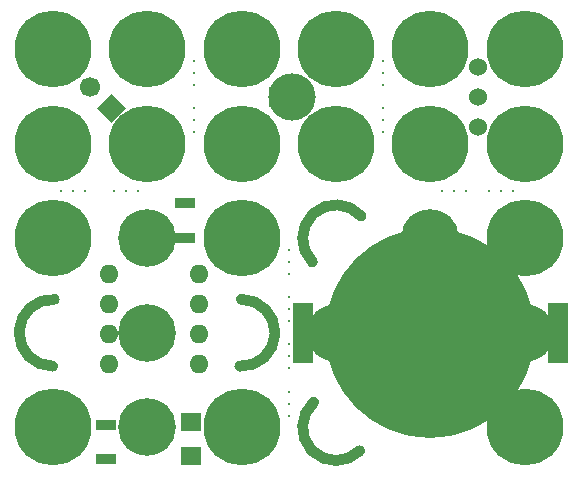
<source format=gts>
G04 #@! TF.FileFunction,Soldermask,Top*
%FSLAX46Y46*%
G04 Gerber Fmt 4.6, Leading zero omitted, Abs format (unit mm)*
G04 Created by KiCad (PCBNEW (2015-08-15 BZR 6092)-product) date 2/25/2016 10:40:52 PM*
%MOMM*%
G01*
G04 APERTURE LIST*
%ADD10C,0.100000*%
%ADD11C,0.889000*%
%ADD12C,1.700000*%
%ADD13R,0.500000X3.000000*%
%ADD14R,0.500000X1.800000*%
%ADD15C,4.000000*%
%ADD16C,17.780000*%
%ADD17R,1.778000X5.080000*%
%ADD18C,4.876800*%
%ADD19C,6.500000*%
%ADD20O,1.600000X1.600000*%
%ADD21C,1.524000*%
%ADD22C,0.330200*%
%ADD23R,1.800860X1.597660*%
%ADD24R,1.700000X0.900000*%
G04 APERTURE END LIST*
D10*
D11*
X155100000Y-38100000D02*
G75*
G03X151100000Y-37900000I-2100000J-1900000D01*
G01*
X151000000Y-38000000D02*
G75*
G03X151000000Y-42000000I2000000J-2000000D01*
G01*
X151100000Y-53900000D02*
G75*
G03X150900000Y-57900000I1900000J-2100000D01*
G01*
X151000000Y-58000000D02*
G75*
G03X155000000Y-58000000I2000000J2000000D01*
G01*
X144858579Y-50828427D02*
G75*
G03X147828427Y-48141421I141421J2828427D01*
G01*
X147828427Y-48000000D02*
G75*
G03X145000000Y-45171573I-2828427J0D01*
G01*
X129141421Y-45171573D02*
G75*
G03X126171573Y-47858579I-141421J-2828427D01*
G01*
X126171573Y-48000000D02*
G75*
G03X129000000Y-50828427I2828427J0D01*
G01*
D10*
G36*
X134000000Y-27797918D02*
X135202082Y-29000000D01*
X134000000Y-30202082D01*
X132797918Y-29000000D01*
X134000000Y-27797918D01*
X134000000Y-27797918D01*
G37*
D12*
X132203949Y-27203949D03*
D13*
X150250000Y-28000000D03*
D14*
X147615000Y-28000000D03*
D15*
X149250000Y-28000000D03*
D16*
X161000000Y-48000000D03*
D17*
X150205000Y-48000000D03*
X171795000Y-48000000D03*
D18*
X137000000Y-40000000D03*
D19*
X129000000Y-40000000D03*
X145000000Y-56000000D03*
X129000000Y-56000000D03*
X145000000Y-40000000D03*
D18*
X137000000Y-48000000D03*
X137000000Y-56000000D03*
D20*
X133750000Y-43000000D03*
X133750000Y-45540000D03*
X133750000Y-48080000D03*
X133750000Y-50620000D03*
X141370000Y-50620000D03*
X141370000Y-48080000D03*
X141370000Y-45540000D03*
X141370000Y-43000000D03*
D18*
X153000000Y-48000000D03*
X161000000Y-48000000D03*
D19*
X161000000Y-32000000D03*
X161000000Y-24000000D03*
X169000000Y-32000000D03*
X169000000Y-24000000D03*
D18*
X161000000Y-40000000D03*
X169000000Y-48000000D03*
D21*
X165000000Y-28000000D03*
X165000000Y-25460000D03*
X165000000Y-30540000D03*
D22*
X149000000Y-55016000D03*
X149000000Y-52984000D03*
X149000000Y-54000000D03*
X149000000Y-51016000D03*
X149000000Y-48984000D03*
X149000000Y-50000000D03*
X149000000Y-47016000D03*
X149000000Y-44984000D03*
X149000000Y-46000000D03*
X149000000Y-43016000D03*
X149000000Y-40984000D03*
X149000000Y-42000000D03*
D19*
X137000000Y-24000000D03*
X137000000Y-32000000D03*
X129000000Y-32000000D03*
X129000000Y-24000000D03*
X145000000Y-32000000D03*
X145000000Y-24000000D03*
X153000000Y-32000000D03*
X153000000Y-24000000D03*
D22*
X129734000Y-36000000D03*
X131766000Y-36000000D03*
X130750000Y-36000000D03*
X134234000Y-36000000D03*
X136266000Y-36000000D03*
X135250000Y-36000000D03*
X161984000Y-36000000D03*
X164016000Y-36000000D03*
X163000000Y-36000000D03*
X165984000Y-36000000D03*
X168016000Y-36000000D03*
X167000000Y-36000000D03*
X157000000Y-27016000D03*
X157000000Y-24984000D03*
X157000000Y-26000000D03*
X157000000Y-31016000D03*
X157000000Y-28984000D03*
X157000000Y-30000000D03*
X141000000Y-27016000D03*
X141000000Y-24984000D03*
X141000000Y-26000000D03*
X141000000Y-31016000D03*
X141000000Y-28984000D03*
X141000000Y-30000000D03*
D19*
X169000000Y-40000000D03*
X169000000Y-56000000D03*
D23*
X140750000Y-55580140D03*
X140750000Y-58419860D03*
D24*
X133500000Y-55800000D03*
X133500000Y-58700000D03*
X140250000Y-37050000D03*
X140250000Y-39950000D03*
M02*

</source>
